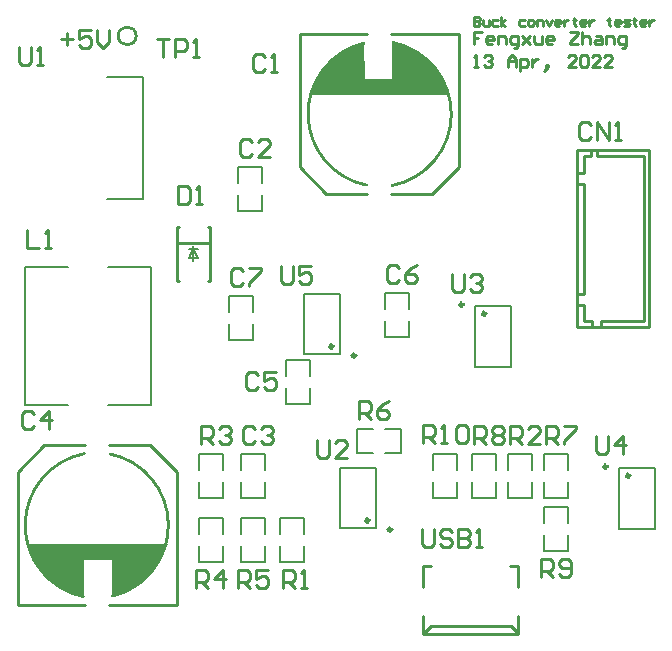
<source format=gto>
G04*
G04 #@! TF.GenerationSoftware,Altium Limited,Altium Designer,22.0.2 (36)*
G04*
G04 Layer_Color=65535*
%FSLAX25Y25*%
%MOIN*%
G70*
G04*
G04 #@! TF.SameCoordinates,EEB94BB5-1E52-49F6-8271-472C1FCD53E5*
G04*
G04*
G04 #@! TF.FilePolarity,Positive*
G04*
G01*
G75*
%ADD10C,0.01181*%
%ADD11C,0.01000*%
%ADD12C,0.00600*%
%ADD13C,0.00787*%
%ADD14C,0.00591*%
%ADD15C,0.00500*%
G36*
X53807Y30819D02*
X6996Y30740D01*
X7980Y28142D01*
X8886Y25543D01*
X10185Y23536D01*
X11287Y22236D01*
X12587Y20307D01*
X14201Y18811D01*
X16484Y17039D01*
X18610Y16134D01*
X20185Y15032D01*
X21996Y14520D01*
X23650Y13811D01*
X24909Y13378D01*
X25933Y13220D01*
X26130D01*
X26091Y25386D01*
X30697Y25386D01*
X35342Y25386D01*
X35421Y13378D01*
X37705Y13969D01*
X40146Y14795D01*
X42823Y16173D01*
X45067Y17512D01*
X46720Y19008D01*
X48020Y20189D01*
X49476Y21882D01*
X51169Y24559D01*
X53138Y28536D01*
X53925Y30779D01*
X53807Y30819D01*
D02*
G37*
G36*
X101193Y180258D02*
X148004Y180337D01*
X147020Y182935D01*
X146114Y185534D01*
X144815Y187542D01*
X143713Y188841D01*
X142413Y190770D01*
X140799Y192266D01*
X138516Y194038D01*
X136390Y194943D01*
X134815Y196046D01*
X133004Y196557D01*
X131350Y197266D01*
X130090Y197699D01*
X129067Y197857D01*
X128870D01*
X128909Y185691D01*
X124303Y185691D01*
X119658Y185691D01*
X119579Y197699D01*
X117295Y197109D01*
X114854Y196282D01*
X112177Y194904D01*
X109933Y193565D01*
X108280Y192069D01*
X106980Y190888D01*
X105524Y189195D01*
X103831Y186518D01*
X101862Y182542D01*
X101075Y180298D01*
X101193Y180258D01*
D02*
G37*
D10*
X160063Y107500D02*
G03*
X160063Y107500I-591J0D01*
G01*
X152530Y110521D02*
G03*
X152530Y110521I-591J0D01*
G01*
X121119Y38577D02*
G03*
X121119Y38577I-591J0D01*
G01*
X128652Y35556D02*
G03*
X128652Y35556I-591J0D01*
G01*
X208063Y53500D02*
G03*
X208063Y53500I-591J0D01*
G01*
X200530Y56521D02*
G03*
X200530Y56521I-591J0D01*
G01*
X109119Y96577D02*
G03*
X109119Y96577I-591J0D01*
G01*
X116652Y93556D02*
G03*
X116652Y93556I-591J0D01*
G01*
D11*
X26248Y60858D02*
G03*
X25813Y13206I4521J-23869D01*
G01*
X35539Y13378D02*
G03*
X34752Y60740I-5564J23595D01*
G01*
X43500Y200077D02*
G03*
X43500Y200077I-3000J0D01*
G01*
X128752Y150219D02*
G03*
X129187Y197871I-4521J23869D01*
G01*
X119461Y197699D02*
G03*
X120248Y150337I5564J-23595D01*
G01*
X139252Y733D02*
X170748D01*
X141693Y3528D02*
X168346D01*
X170669Y733D02*
Y1205D01*
X168346Y3528D02*
X170669Y1205D01*
X139370Y812D02*
Y1205D01*
X141693Y3528D01*
X168166Y23370D02*
X170748D01*
X139252D02*
X141833D01*
X139252Y16372D02*
Y23370D01*
Y812D02*
Y6649D01*
X170748Y16372D02*
Y23370D01*
Y733D02*
Y6649D01*
X3925Y54716D02*
X12784Y63575D01*
X48217D02*
X57075Y54716D01*
X12784Y63575D02*
X26440D01*
X34560D02*
X48217D01*
X3925Y10425D02*
X26440D01*
X34560D02*
X57075D01*
Y54716D01*
X3925Y10425D02*
Y54716D01*
X142217Y147502D02*
X151075Y156361D01*
X97925D02*
X106784Y147502D01*
X128560D02*
X142217D01*
X106784D02*
X120440D01*
X128560Y200652D02*
X151075D01*
X97925D02*
X120440D01*
X97925Y156361D02*
Y200652D01*
X151075Y156361D02*
Y200652D01*
X190551Y102973D02*
Y162028D01*
X214567D01*
X190551Y102973D02*
X214567D01*
Y162028D01*
X197050Y162031D02*
X209560D01*
X197050Y160061D02*
Y162031D01*
Y160061D02*
X209560D01*
X212800D01*
Y104941D02*
Y160061D01*
X209840Y104941D02*
X212800D01*
X198520D02*
X209840D01*
X198520Y102971D02*
Y104941D01*
Y102971D02*
X209840D01*
X195540Y102973D02*
X206640Y102971D01*
X195540Y102973D02*
X195570Y104941D01*
X192620D02*
X195570D01*
X192620D02*
Y110501D01*
X190850D02*
X192620D01*
X195124Y162028D02*
X206230Y162031D01*
X195080Y160061D02*
X195124Y162028D01*
X192610Y160061D02*
X195080D01*
X192610Y154491D02*
Y160061D01*
X192614Y141529D02*
X192618Y141359D01*
X192614Y114193D02*
Y141529D01*
X190843Y114193D02*
X192614D01*
X190847Y154495D02*
X192614D01*
X190847Y150804D02*
X192618D01*
Y141529D02*
Y150804D01*
X56988Y131000D02*
X68012D01*
Y118445D02*
Y136555D01*
X56988Y118445D02*
X56988Y136555D01*
X67347D02*
X68012D01*
X56988D02*
X57653D01*
X67347Y118445D02*
X68012D01*
X56988D02*
X57653D01*
X138900Y35598D02*
Y30600D01*
X139900Y29600D01*
X141899D01*
X142899Y30600D01*
Y35598D01*
X148897Y34598D02*
X147897Y35598D01*
X145898D01*
X144898Y34598D01*
Y33599D01*
X145898Y32599D01*
X147897D01*
X148897Y31599D01*
Y30600D01*
X147897Y29600D01*
X145898D01*
X144898Y30600D01*
X150896Y35598D02*
Y29600D01*
X153895D01*
X154895Y30600D01*
Y31599D01*
X153895Y32599D01*
X150896D01*
X153895D01*
X154895Y33599D01*
Y34598D01*
X153895Y35598D01*
X150896D01*
X156894Y29600D02*
X158894D01*
X157894D01*
Y35598D01*
X156894Y34598D01*
X18500Y198999D02*
X22499D01*
X20499Y200998D02*
Y197000D01*
X28497Y201998D02*
X24498D01*
Y198999D01*
X26497Y199999D01*
X27497D01*
X28497Y198999D01*
Y197000D01*
X27497Y196000D01*
X25498D01*
X24498Y197000D01*
X30496Y201998D02*
Y197999D01*
X32495Y196000D01*
X34495Y197999D01*
Y201998D01*
X156000Y189833D02*
X157333D01*
X156666D01*
Y193832D01*
X156000Y193165D01*
X159332D02*
X159999Y193832D01*
X161332D01*
X161998Y193165D01*
Y192499D01*
X161332Y191832D01*
X160665D01*
X161332D01*
X161998Y191166D01*
Y190499D01*
X161332Y189833D01*
X159999D01*
X159332Y190499D01*
X167330Y189833D02*
Y192499D01*
X168663Y193832D01*
X169995Y192499D01*
Y189833D01*
Y191832D01*
X167330D01*
X171328Y188500D02*
Y192499D01*
X173328D01*
X173994Y191832D01*
Y190499D01*
X173328Y189833D01*
X171328D01*
X175327Y192499D02*
Y189833D01*
Y191166D01*
X175994Y191832D01*
X176660Y192499D01*
X177326D01*
X179992Y189166D02*
X180659Y189833D01*
Y190499D01*
X179992D01*
Y189833D01*
X180659D01*
X179992Y189166D01*
X179326Y188500D01*
X189989Y189833D02*
X187323D01*
X189989Y192499D01*
Y193165D01*
X189323Y193832D01*
X187990D01*
X187323Y193165D01*
X191322D02*
X191988Y193832D01*
X193321D01*
X193988Y193165D01*
Y190499D01*
X193321Y189833D01*
X191988D01*
X191322Y190499D01*
Y193165D01*
X197986Y189833D02*
X195321D01*
X197986Y192499D01*
Y193165D01*
X197320Y193832D01*
X195987D01*
X195321Y193165D01*
X201985Y189833D02*
X199319D01*
X201985Y192499D01*
Y193165D01*
X201319Y193832D01*
X199986D01*
X199319Y193165D01*
X158666Y201332D02*
X156000D01*
Y199332D01*
X157333D01*
X156000D01*
Y197333D01*
X161998D02*
X160665D01*
X159999Y197999D01*
Y199332D01*
X160665Y199999D01*
X161998D01*
X162664Y199332D01*
Y198666D01*
X159999D01*
X163997Y197333D02*
Y199999D01*
X165997D01*
X166663Y199332D01*
Y197333D01*
X169329Y196000D02*
X169995D01*
X170662Y196667D01*
Y199999D01*
X168663D01*
X167996Y199332D01*
Y197999D01*
X168663Y197333D01*
X170662D01*
X171995Y199999D02*
X174661Y197333D01*
X173328Y198666D01*
X174661Y199999D01*
X171995Y197333D01*
X175994Y199999D02*
Y197999D01*
X176660Y197333D01*
X178659D01*
Y199999D01*
X181992Y197333D02*
X180659D01*
X179992Y197999D01*
Y199332D01*
X180659Y199999D01*
X181992D01*
X182658Y199332D01*
Y198666D01*
X179992D01*
X187990Y201332D02*
X190656D01*
Y200665D01*
X187990Y197999D01*
Y197333D01*
X190656D01*
X191988Y201332D02*
Y197333D01*
Y199332D01*
X192655Y199999D01*
X193988D01*
X194654Y199332D01*
Y197333D01*
X196653Y199999D02*
X197986D01*
X198653Y199332D01*
Y197333D01*
X196653D01*
X195987Y197999D01*
X196653Y198666D01*
X198653D01*
X199986Y197333D02*
Y199999D01*
X201985D01*
X202652Y199332D01*
Y197333D01*
X205317Y196000D02*
X205984D01*
X206650Y196667D01*
Y199999D01*
X204651D01*
X203984Y199332D01*
Y197999D01*
X204651Y197333D01*
X206650D01*
X156000Y206499D02*
Y203500D01*
X157500D01*
X157999Y204000D01*
Y204500D01*
X157500Y204999D01*
X156000D01*
X157500D01*
X157999Y205499D01*
Y205999D01*
X157500Y206499D01*
X156000D01*
X158999Y205499D02*
Y204000D01*
X159499Y203500D01*
X160998D01*
Y205499D01*
X163997D02*
X162498D01*
X161998Y204999D01*
Y204000D01*
X162498Y203500D01*
X163997D01*
X164997D02*
Y206499D01*
Y204500D02*
X166497Y205499D01*
X164997Y204500D02*
X166497Y203500D01*
X172994Y205499D02*
X171495D01*
X170995Y204999D01*
Y204000D01*
X171495Y203500D01*
X172994D01*
X174494D02*
X175494D01*
X175994Y204000D01*
Y204999D01*
X175494Y205499D01*
X174494D01*
X173994Y204999D01*
Y204000D01*
X174494Y203500D01*
X176993D02*
Y205499D01*
X178493D01*
X178993Y204999D01*
Y203500D01*
X179992Y205499D02*
X180992Y203500D01*
X181992Y205499D01*
X184491Y203500D02*
X183491D01*
X182991Y204000D01*
Y204999D01*
X183491Y205499D01*
X184491D01*
X184991Y204999D01*
Y204500D01*
X182991D01*
X185990Y205499D02*
Y203500D01*
Y204500D01*
X186490Y204999D01*
X186990Y205499D01*
X187490D01*
X189489Y205999D02*
Y205499D01*
X188989D01*
X189989D01*
X189489D01*
Y204000D01*
X189989Y203500D01*
X192988D02*
X191988D01*
X191489Y204000D01*
Y204999D01*
X191988Y205499D01*
X192988D01*
X193488Y204999D01*
Y204500D01*
X191489D01*
X194488Y205499D02*
Y203500D01*
Y204500D01*
X194987Y204999D01*
X195487Y205499D01*
X195987D01*
X200985Y205999D02*
Y205499D01*
X200486D01*
X201485D01*
X200985D01*
Y204000D01*
X201485Y203500D01*
X204484D02*
X203485D01*
X202985Y204000D01*
Y204999D01*
X203485Y205499D01*
X204484D01*
X204984Y204999D01*
Y204500D01*
X202985D01*
X205984Y203500D02*
X207483D01*
X207983Y204000D01*
X207483Y204500D01*
X206484D01*
X205984Y204999D01*
X206484Y205499D01*
X207983D01*
X209483Y205999D02*
Y205499D01*
X208983D01*
X209982D01*
X209483D01*
Y204000D01*
X209982Y203500D01*
X212982D02*
X211982D01*
X211482Y204000D01*
Y204999D01*
X211982Y205499D01*
X212982D01*
X213481Y204999D01*
Y204500D01*
X211482D01*
X214481Y205499D02*
Y203500D01*
Y204500D01*
X214981Y204999D01*
X215481Y205499D01*
X215981D01*
X196900Y66698D02*
Y61700D01*
X197900Y60700D01*
X199899D01*
X200899Y61700D01*
Y66698D01*
X205897Y60700D02*
Y66698D01*
X202898Y63699D01*
X206897D01*
X148900Y120698D02*
Y115700D01*
X149900Y114700D01*
X151899D01*
X152899Y115700D01*
Y120698D01*
X154898Y119698D02*
X155898Y120698D01*
X157897D01*
X158897Y119698D01*
Y118699D01*
X157897Y117699D01*
X156897D01*
X157897D01*
X158897Y116699D01*
Y115700D01*
X157897Y114700D01*
X155898D01*
X154898Y115700D01*
X103900Y65498D02*
Y60500D01*
X104900Y59500D01*
X106899D01*
X107899Y60500D01*
Y65498D01*
X113897Y59500D02*
X109898D01*
X113897Y63499D01*
Y64498D01*
X112897Y65498D01*
X110898D01*
X109898Y64498D01*
X195099Y170498D02*
X194099Y171498D01*
X192100D01*
X191100Y170498D01*
Y166500D01*
X192100Y165500D01*
X194099D01*
X195099Y166500D01*
X197098Y165500D02*
Y171498D01*
X201097Y165500D01*
Y171498D01*
X203096Y165500D02*
X205096D01*
X204096D01*
Y171498D01*
X203096Y170498D01*
X91900Y123475D02*
Y118477D01*
X92900Y117477D01*
X94899D01*
X95899Y118477D01*
Y123475D01*
X101897D02*
X97898D01*
Y120476D01*
X99897Y121476D01*
X100897D01*
X101897Y120476D01*
Y118477D01*
X100897Y117477D01*
X98898D01*
X97898Y118477D01*
X139002Y64338D02*
Y70336D01*
X142001D01*
X143001Y69336D01*
Y67337D01*
X142001Y66337D01*
X139002D01*
X141002D02*
X143001Y64338D01*
X145001D02*
X147000D01*
X146000D01*
Y70336D01*
X145001Y69336D01*
X149999D02*
X150998Y70336D01*
X152998D01*
X153998Y69336D01*
Y65338D01*
X152998Y64338D01*
X150998D01*
X149999Y65338D01*
Y69336D01*
X178502Y19648D02*
Y25646D01*
X181501D01*
X182500Y24646D01*
Y22647D01*
X181501Y21647D01*
X178502D01*
X180501D02*
X182500Y19648D01*
X184500Y20647D02*
X185499Y19648D01*
X187499D01*
X188498Y20647D01*
Y24646D01*
X187499Y25646D01*
X185499D01*
X184500Y24646D01*
Y23647D01*
X185499Y22647D01*
X188498D01*
X156100Y64177D02*
Y70175D01*
X159099D01*
X160099Y69175D01*
Y67176D01*
X159099Y66176D01*
X156100D01*
X158099D02*
X160099Y64177D01*
X162098Y69175D02*
X163098Y70175D01*
X165097D01*
X166097Y69175D01*
Y68176D01*
X165097Y67176D01*
X166097Y66176D01*
Y65177D01*
X165097Y64177D01*
X163098D01*
X162098Y65177D01*
Y66176D01*
X163098Y67176D01*
X162098Y68176D01*
Y69175D01*
X163098Y67176D02*
X165097D01*
X180100Y64177D02*
Y70175D01*
X183099D01*
X184099Y69175D01*
Y67176D01*
X183099Y66176D01*
X180100D01*
X182099D02*
X184099Y64177D01*
X186098Y70175D02*
X190097D01*
Y69175D01*
X186098Y65177D01*
Y64177D01*
X117700Y72477D02*
Y78475D01*
X120699D01*
X121699Y77476D01*
Y75476D01*
X120699Y74476D01*
X117700D01*
X119699D02*
X121699Y72477D01*
X127697Y78475D02*
X125697Y77476D01*
X123698Y75476D01*
Y73477D01*
X124698Y72477D01*
X126697D01*
X127697Y73477D01*
Y74476D01*
X126697Y75476D01*
X123698D01*
X77502Y16001D02*
Y21999D01*
X80501D01*
X81500Y20999D01*
Y19000D01*
X80501Y18000D01*
X77502D01*
X79501D02*
X81500Y16001D01*
X87498Y21999D02*
X83500D01*
Y19000D01*
X85499Y20000D01*
X86499D01*
X87498Y19000D01*
Y17001D01*
X86499Y16001D01*
X84499D01*
X83500Y17001D01*
X63502Y16001D02*
Y21999D01*
X66501D01*
X67500Y20999D01*
Y19000D01*
X66501Y18000D01*
X63502D01*
X65501D02*
X67500Y16001D01*
X72499D02*
Y21999D01*
X69500Y19000D01*
X73498D01*
X168100Y64177D02*
Y70175D01*
X171099D01*
X172099Y69175D01*
Y67176D01*
X171099Y66176D01*
X168100D01*
X170099D02*
X172099Y64177D01*
X178097D02*
X174098D01*
X178097Y68176D01*
Y69175D01*
X177097Y70175D01*
X175098D01*
X174098Y69175D01*
X92501Y16001D02*
Y21999D01*
X95500D01*
X96500Y20999D01*
Y19000D01*
X95500Y18000D01*
X92501D01*
X94501D02*
X96500Y16001D01*
X98499D02*
X100499D01*
X99499D01*
Y21999D01*
X98499Y20999D01*
X79099Y121775D02*
X78099Y122775D01*
X76100D01*
X75100Y121775D01*
Y117777D01*
X76100Y116777D01*
X78099D01*
X79099Y117777D01*
X81098Y122775D02*
X85097D01*
Y121775D01*
X81098Y117777D01*
Y116777D01*
X131099Y122875D02*
X130099Y123875D01*
X128100D01*
X127100Y122875D01*
Y118877D01*
X128100Y117877D01*
X130099D01*
X131099Y118877D01*
X137097Y123875D02*
X135097Y122875D01*
X133098Y120876D01*
Y118877D01*
X134098Y117877D01*
X136097D01*
X137097Y118877D01*
Y119876D01*
X136097Y120876D01*
X133098D01*
X84000Y86999D02*
X83001Y87999D01*
X81001D01*
X80002Y86999D01*
Y83001D01*
X81001Y82001D01*
X83001D01*
X84000Y83001D01*
X89998Y87999D02*
X86000D01*
Y85000D01*
X87999Y86000D01*
X88999D01*
X89998Y85000D01*
Y83001D01*
X88999Y82001D01*
X86999D01*
X86000Y83001D01*
X65100Y64177D02*
Y70175D01*
X68099D01*
X69099Y69175D01*
Y67176D01*
X68099Y66176D01*
X65100D01*
X67099D02*
X69099Y64177D01*
X71098Y69175D02*
X72098Y70175D01*
X74097D01*
X75097Y69175D01*
Y68176D01*
X74097Y67176D01*
X73097D01*
X74097D01*
X75097Y66176D01*
Y65177D01*
X74097Y64177D01*
X72098D01*
X71098Y65177D01*
X4300Y196275D02*
Y191277D01*
X5300Y190277D01*
X7299D01*
X8299Y191277D01*
Y196275D01*
X10298Y190277D02*
X12297D01*
X11298D01*
Y196275D01*
X10298Y195275D01*
X50502Y199076D02*
X54501D01*
X52502D01*
Y193078D01*
X56500D02*
Y199076D01*
X59499D01*
X60499Y198076D01*
Y196077D01*
X59499Y195077D01*
X56500D01*
X62498Y193078D02*
X64498D01*
X63498D01*
Y199076D01*
X62498Y198076D01*
X7200Y135298D02*
Y129300D01*
X11199D01*
X13198D02*
X15197D01*
X14198D01*
Y135298D01*
X13198Y134298D01*
X57500Y149898D02*
Y143900D01*
X60499D01*
X61499Y144900D01*
Y148898D01*
X60499Y149898D01*
X57500D01*
X63498Y143900D02*
X65497D01*
X64498D01*
Y149898D01*
X63498Y148898D01*
X9500Y73999D02*
X8501Y74999D01*
X6501D01*
X5502Y73999D01*
Y70001D01*
X6501Y69001D01*
X8501D01*
X9500Y70001D01*
X14499Y69001D02*
Y74999D01*
X11500Y72000D01*
X15498D01*
X83099Y69175D02*
X82099Y70175D01*
X80100D01*
X79100Y69175D01*
Y65177D01*
X80100Y64177D01*
X82099D01*
X83099Y65177D01*
X85098Y69175D02*
X86098Y70175D01*
X88097D01*
X89097Y69175D01*
Y68176D01*
X88097Y67176D01*
X87097D01*
X88097D01*
X89097Y66176D01*
Y65177D01*
X88097Y64177D01*
X86098D01*
X85098Y65177D01*
X82099Y164776D02*
X81099Y165775D01*
X79100D01*
X78100Y164776D01*
Y160777D01*
X79100Y159777D01*
X81099D01*
X82099Y160777D01*
X88097Y159777D02*
X84098D01*
X88097Y163776D01*
Y164776D01*
X87097Y165775D01*
X85098D01*
X84098Y164776D01*
X86500Y193076D02*
X85500Y194076D01*
X83501D01*
X82501Y193076D01*
Y189078D01*
X83501Y188078D01*
X85500D01*
X86500Y189078D01*
X88499Y188078D02*
X90499D01*
X89499D01*
Y194076D01*
X88499Y193076D01*
D12*
X156510Y110143D02*
X168490D01*
Y89858D02*
Y110143D01*
X156510Y89858D02*
X168490D01*
X156510D02*
Y110143D01*
X111510Y35935D02*
X123490D01*
X111510D02*
Y56220D01*
X123490D01*
Y35935D02*
Y56220D01*
X204510Y56142D02*
X216490D01*
Y35857D02*
Y56142D01*
X204510Y35857D02*
X216490D01*
X204510D02*
Y56142D01*
X6531Y77062D02*
X20758D01*
X6531D02*
Y122938D01*
X20758D01*
X34242Y77062D02*
X48469D01*
Y122938D01*
X34242D02*
X48469D01*
X99510Y93935D02*
X111490D01*
X99510D02*
Y114220D01*
X111490D01*
Y93935D02*
Y114220D01*
X33905Y186377D02*
X44058D01*
X33905Y145777D02*
X44058D01*
X45905D02*
Y186377D01*
D13*
X101500Y86786D02*
Y92117D01*
X93500Y86786D02*
Y92117D01*
X93563Y92167D02*
X101437D01*
X93563Y77417D02*
X101437D01*
X101500D02*
Y82849D01*
X93500Y77417D02*
Y82849D01*
X179500Y28347D02*
Y33678D01*
X187500Y28347D02*
Y33678D01*
X179563Y28297D02*
X187437D01*
X179563Y43047D02*
X187437D01*
X179500Y37615D02*
Y43047D01*
X187500Y37615D02*
Y43047D01*
X142500Y46037D02*
Y51368D01*
X150500Y46037D02*
Y51368D01*
X142563Y45987D02*
X150437D01*
X142563Y60737D02*
X150437D01*
X142500Y55305D02*
Y60737D01*
X150500Y55305D02*
Y60737D01*
X99500Y34096D02*
Y39427D01*
X91500Y34096D02*
Y39427D01*
X91563Y39477D02*
X99437D01*
X91563Y24727D02*
X99437D01*
X99500D02*
Y30159D01*
X91500Y24727D02*
Y30159D01*
X78500Y24777D02*
Y30109D01*
X86500Y24777D02*
Y30109D01*
X78563Y24727D02*
X86437D01*
X78563Y39477D02*
X86437D01*
X78500Y34046D02*
Y39477D01*
X86500Y34046D02*
Y39477D01*
X64500Y24777D02*
Y30109D01*
X72500Y24777D02*
Y30109D01*
X64563Y24727D02*
X72437D01*
X64563Y39477D02*
X72437D01*
X64500Y34046D02*
Y39477D01*
X72500Y34046D02*
Y39477D01*
X134500Y109046D02*
Y114477D01*
X126500Y109046D02*
Y114477D01*
X126563D02*
X134437D01*
X126563Y99727D02*
X134437D01*
X134500Y99777D02*
Y105109D01*
X126500Y99777D02*
Y105109D01*
X74500Y98677D02*
Y104109D01*
X82500Y98677D02*
Y104109D01*
X74563Y98677D02*
X82437D01*
X74563Y113427D02*
X82437D01*
X74500Y108046D02*
Y113377D01*
X82500Y108046D02*
Y113377D01*
X167500Y45987D02*
Y51418D01*
X175500Y45987D02*
Y51418D01*
X167563Y45987D02*
X175437D01*
X167563Y60737D02*
X175437D01*
X167500Y55355D02*
Y60687D01*
X175500Y55355D02*
Y60687D01*
X117100Y69077D02*
X122532D01*
X117100Y61077D02*
X122532D01*
X117100Y61140D02*
Y69014D01*
X131850Y61140D02*
Y69014D01*
X126469Y69077D02*
X131800D01*
X126469Y61077D02*
X131800D01*
X179500Y45987D02*
Y51418D01*
X187500Y45987D02*
Y51418D01*
X179563Y45987D02*
X187437D01*
X179563Y60737D02*
X187437D01*
X179500Y55355D02*
Y60687D01*
X187500Y55355D02*
Y60687D01*
X155500Y45987D02*
Y51418D01*
X163500Y45987D02*
Y51418D01*
X155563Y45987D02*
X163437D01*
X155563Y60737D02*
X163437D01*
X155500Y55355D02*
Y60687D01*
X163500Y55355D02*
Y60687D01*
X72500Y55305D02*
Y60737D01*
X64500Y55305D02*
Y60737D01*
X64563D02*
X72437D01*
X64563Y45987D02*
X72437D01*
X72500Y46037D02*
Y51368D01*
X64500Y46037D02*
Y51368D01*
X77500Y141677D02*
Y147109D01*
X85500Y141677D02*
Y147109D01*
X77563Y141677D02*
X85437D01*
X77563Y156427D02*
X85437D01*
X77500Y151046D02*
Y156377D01*
X85500Y151046D02*
Y156377D01*
X78500Y45987D02*
Y51418D01*
X86500Y45987D02*
Y51418D01*
X78563Y45987D02*
X86437D01*
X78563Y60737D02*
X86437D01*
X78500Y55355D02*
Y60687D01*
X86500Y55355D02*
Y60687D01*
D14*
X44058Y145777D02*
X45905D01*
X44058Y186377D02*
X45905D01*
D15*
X62500Y125000D02*
Y130000D01*
Y129000D02*
X64000Y126000D01*
X61000Y129000D02*
X62500D01*
X61000Y126000D02*
X62500Y129000D01*
X61000Y126000D02*
X62500D01*
Y129000D02*
X64000D01*
X62500Y126000D02*
X64000D01*
M02*

</source>
